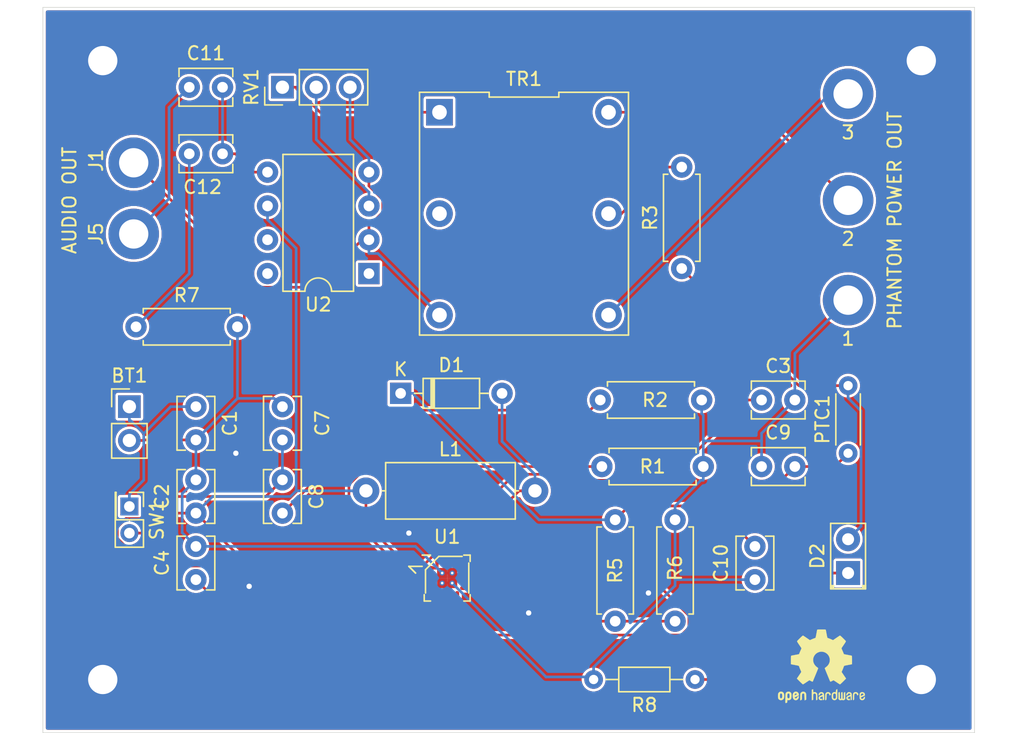
<source format=kicad_pcb>
(kicad_pcb (version 20171130) (host pcbnew 5.1.10)
  (layers (0 F.Cu signal) (31 B.Cu signal) (34 B.Paste user) (35 F.Paste user) (36 B.SilkS user) (37 F.SilkS user) (38 B.Mask user) (39 F.Mask user) (44 Edge.Cuts user))
  (net 0 "")
  (net 1 GND)
  (net 2 "Net-(BT1-Pad1)")
  (net 3 "Net-(C3-Pad1)")
  (net 4 "Net-(C4-Pad1)")
  (net 5 "Net-(C7-Pad1)")
  (net 6 "Net-(C8-Pad2)")
  (net 7 "Net-(C10-Pad2)")
  (net 8 "Net-(D1-Pad2)")
  (net 9 "Net-(R1-Pad1)")
  (net 10 "Net-(R5-Pad2)")
  (net 11 "Net-(U1-Pad4)")
  (net 12 "Net-(U1-Pad15)")
  (net 13 VCC)
  (net 14 "Net-(C11-Pad1)")
  (net 15 "Net-(U2-Pad1)")
  (net 16 "Net-(U2-Pad8)")
  (net 17 "Net-(D2-Pad1)")
  (net 18 "Net-(D2-Pad2)")
  (net 19 Earth)
  (net 20 "Net-(C11-Pad2)")
  (net 21 "Net-(C12-Pad1)")
  (net 22 "Net-(RV1-Pad2)")
  (net 23 "Net-(U2-Pad7)")
  (net 24 "Net-(TR1-Pad2)")
  (net 25 /6)
  (net 26 /4)
  (net 27 /5)
  (net 28 /1)
  (module Symbol:OSHW-Logo2_7.3x6mm_SilkScreen (layer F.Cu) (at 99.5 134.5)
    (fp_text reference REF** hide)
    (fp_text value OSHW-Logo2_7.3x6mm_SilkScreen hide)
  )
  (module MountingHole:MountingHole_2.2mm_M2_DIN965_Pad (layer F.Cu) (at 45.5 89)
    (fp_text reference J8 hide)
    (fp_text value Conn_01x01_Female)
    (pad 1 thru_hole circle (at 0 0) (size 3.8 3.8) (drill 2.2) (layers *.Cu *.Mask) (net 19 Earth))
  )
  (module MountingHole:MountingHole_2.2mm_M2_DIN965_Pad (layer F.Cu) (at 107 89)
    (fp_text reference J9 hide)
    (fp_text value Conn_01x01_Female)
    (pad 1 thru_hole circle (at 0 0) (size 3.8 3.8) (drill 2.2) (layers *.Cu *.Mask) (net 19 Earth))
  )
  (module MountingHole:MountingHole_2.2mm_M2_DIN965_Pad (layer F.Cu) (at 107 135.5)
    (fp_text reference J7 hide)
    (fp_text value Conn_01x01_Female)
    (pad 1 thru_hole circle (at 0 0) (size 3.8 3.8) (drill 2.2) (layers *.Cu *.Mask) (net 19 Earth))
  )
  (module MountingHole:MountingHole_2.2mm_M2_DIN965_Pad (layer F.Cu) (at 45.5 135.5)
    (fp_text reference J6 hide)
    (fp_text value Conn_01x01_Female)
    (pad 1 thru_hole circle (at 0 0) (size 3.8 3.8) (drill 2.2) (layers *.Cu *.Mask) (net 19 Earth))
  )
  (module Resistor_THT:R_Axial_DIN0207_L6.3mm_D2.5mm_P7.62mm_Horizontal (layer F.Cu) (at 48 109)
    (fp_text reference R7 (at 3.81 -2.37) (layer F.SilkS))
    (fp_text value 100)
    (pad 1 thru_hole circle (at 0 0) (size 1.6 1.6) (drill 0.8) (layers *.Cu *.Mask) (net 21 "Net-(C12-Pad1)"))
    (pad 2 thru_hole oval (at 7.62 0) (size 1.6 1.6) (drill 0.8) (layers *.Cu *.Mask) (net 1 GND))
  )
  (module Capacitor_THT:C_Disc_D3.8mm_W2.6mm_P2.50mm (layer F.Cu) (at 52 96)
    (fp_text reference C12 (at 1 2.5) (layer F.SilkS))
    (fp_text value 0.05uF)
    (pad 1 thru_hole circle (at 0 0) (size 1.6 1.6) (drill 0.8) (layers *.Cu *.Mask) (net 21 "Net-(C12-Pad1)"))
    (pad 2 thru_hole circle (at 2.5 0) (size 1.6 1.6) (drill 0.8) (layers *.Cu *.Mask) (net 20 "Net-(C11-Pad2)"))
  )
  (module Package_DIP:DIP-8_W7.62mm (layer F.Cu) (at 65.5 105 180)
    (fp_text reference U2 (at 3.81 -2.33) (layer F.SilkS))
    (fp_text value LM386N-4/NOPB)
    (pad 1 thru_hole rect (at 0 0 180) (size 1.6 1.6) (drill 0.8) (layers *.Cu *.Mask) (net 15 "Net-(U2-Pad1)"))
    (pad 5 thru_hole oval (at 7.62 7.62 180) (size 1.6 1.6) (drill 0.8) (layers *.Cu *.Mask) (net 20 "Net-(C11-Pad2)"))
    (pad 2 thru_hole oval (at 0 2.54 180) (size 1.6 1.6) (drill 0.8) (layers *.Cu *.Mask) (net 1 GND))
    (pad 6 thru_hole oval (at 7.62 5.08 180) (size 1.6 1.6) (drill 0.8) (layers *.Cu *.Mask) (net 13 VCC))
    (pad 3 thru_hole oval (at 0 5.08 180) (size 1.6 1.6) (drill 0.8) (layers *.Cu *.Mask) (net 22 "Net-(RV1-Pad2)"))
    (pad 7 thru_hole oval (at 7.62 2.54 180) (size 1.6 1.6) (drill 0.8) (layers *.Cu *.Mask) (net 23 "Net-(U2-Pad7)"))
    (pad 4 thru_hole oval (at 0 7.62 180) (size 1.6 1.6) (drill 0.8) (layers *.Cu *.Mask) (net 1 GND))
    (pad 8 thru_hole oval (at 7.62 0 180) (size 1.6 1.6) (drill 0.8) (layers *.Cu *.Mask) (net 16 "Net-(U2-Pad8)"))
  )
  (module Capacitor_THT:C_Disc_D3.8mm_W2.6mm_P2.50mm (layer F.Cu) (at 52 91)
    (fp_text reference C11 (at 1.25 -2.55) (layer F.SilkS))
    (fp_text value 10pF)
    (pad 2 thru_hole circle (at 2.5 0) (size 1.6 1.6) (drill 0.8) (layers *.Cu *.Mask) (net 20 "Net-(C11-Pad2)"))
    (pad 1 thru_hole circle (at 0 0) (size 1.6 1.6) (drill 0.8) (layers *.Cu *.Mask) (net 14 "Net-(C11-Pad1)"))
  )
  (module Resistor_THT:R_Axial_DIN0204_L3.6mm_D1.6mm_P5.08mm_Horizontal (layer F.Cu) (at 101.5 118.5 90)
    (fp_text reference PTC1 (at 2.54 -1.92 90) (layer F.SilkS))
    (fp_text value YPEL6250T)
    (pad 1 thru_hole circle (at 0 0 90) (size 1.4 1.4) (drill 0.7) (layers *.Cu *.Mask) (net 7 "Net-(C10-Pad2)"))
    (pad 2 thru_hole oval (at 5.08 0 90) (size 1.4 1.4) (drill 0.7) (layers *.Cu *.Mask) (net 18 "Net-(D2-Pad2)"))
  )
  (module Connector_PinHeader_2.54mm:PinHeader_1x02_P2.54mm_Vertical (layer F.Cu) (at 47.5 115)
    (fp_text reference BT1 (at 0 -2.33) (layer F.SilkS))
    (fp_text value ACC-9VCLIP-233M)
    (pad 2 thru_hole oval (at 0 2.54) (size 1.7 1.7) (drill 1) (layers *.Cu *.Mask) (net 1 GND))
    (pad 1 thru_hole rect (at 0 0) (size 1.7 1.7) (drill 1) (layers *.Cu *.Mask) (net 2 "Net-(BT1-Pad1)"))
  )
  (module MountingHole:MountingHole_2.2mm_M2_DIN965_Pad (layer F.Cu) (at 101.5 99.5)
    (fp_text reference J2 hide)
    (fp_text value 2 (at 0 2.9) (layer F.SilkS))
    (pad 1 thru_hole circle (at 0 0) (size 3.8 3.8) (drill 2.2) (layers *.Cu *.Mask) (net 25 /6))
  )
  (module MountingHole:MountingHole_2.2mm_M2_DIN965_Pad (layer F.Cu) (at 101.5 91.5)
    (fp_text reference J3 hide)
    (fp_text value 3 (at 0 2.9) (layer F.SilkS))
    (pad 1 thru_hole circle (at 0 0) (size 3.8 3.8) (drill 2.2) (layers *.Cu *.Mask) (net 26 /4))
  )
  (module MountingHole:MountingHole_2.2mm_M2_DIN965_Pad (layer F.Cu) (at 101.5 107)
    (fp_text reference J4 hide)
    (fp_text value 1 (at 0 2.9) (layer F.SilkS))
    (pad 1 thru_hole circle (at 0 0) (size 3.8 3.8) (drill 2.2) (layers *.Cu *.Mask) (net 1 GND))
  )
  (module Capacitor_THT:C_Disc_D3.8mm_W2.6mm_P2.50mm (layer F.Cu) (at 52.5 115 270)
    (fp_text reference C1 (at 1.25 -2.55 90) (layer F.SilkS))
    (fp_text value 4.7uF)
    (pad 2 thru_hole circle (at 2.5 0 270) (size 1.6 1.6) (drill 0.8) (layers *.Cu *.Mask) (net 1 GND))
    (pad 1 thru_hole circle (at 0 0 270) (size 1.6 1.6) (drill 0.8) (layers *.Cu *.Mask) (net 2 "Net-(BT1-Pad1)"))
  )
  (module Capacitor_THT:C_Disc_D3.8mm_W2.6mm_P2.50mm (layer F.Cu) (at 52.5 123 90)
    (fp_text reference C2 (at 1.25 -2.55 90) (layer F.SilkS))
    (fp_text value 100nF)
    (pad 2 thru_hole circle (at 2.5 0 90) (size 1.6 1.6) (drill 0.8) (layers *.Cu *.Mask) (net 1 GND))
    (pad 1 thru_hole circle (at 0 0 90) (size 1.6 1.6) (drill 0.8) (layers *.Cu *.Mask) (net 13 VCC))
  )
  (module Capacitor_THT:C_Disc_D3.8mm_W2.6mm_P2.50mm (layer F.Cu) (at 95 114.5)
    (fp_text reference C3 (at 1.25 -2.55) (layer F.SilkS))
    (fp_text value 1nF)
    (pad 1 thru_hole circle (at 0 0) (size 1.6 1.6) (drill 0.8) (layers *.Cu *.Mask) (net 3 "Net-(C3-Pad1)"))
    (pad 2 thru_hole circle (at 2.5 0) (size 1.6 1.6) (drill 0.8) (layers *.Cu *.Mask) (net 1 GND))
  )
  (module Capacitor_THT:C_Disc_D3.8mm_W2.6mm_P2.50mm (layer F.Cu) (at 52.5 128 90)
    (fp_text reference C4 (at 1.25 -2.55 90) (layer F.SilkS))
    (fp_text value 68nF)
    (pad 1 thru_hole circle (at 0 0 90) (size 1.6 1.6) (drill 0.8) (layers *.Cu *.Mask) (net 4 "Net-(C4-Pad1)"))
    (pad 2 thru_hole circle (at 2.5 0 90) (size 1.6 1.6) (drill 0.8) (layers *.Cu *.Mask) (net 1 GND))
  )
  (module Capacitor_THT:C_Disc_D3.8mm_W2.6mm_P2.50mm (layer F.Cu) (at 59 117.5 90)
    (fp_text reference C7 (at 1.25 3 90) (layer F.SilkS))
    (fp_text value 300pF)
    (pad 2 thru_hole circle (at 2.5 0 90) (size 1.6 1.6) (drill 0.8) (layers *.Cu *.Mask) (net 1 GND))
    (pad 1 thru_hole circle (at 0 0 90) (size 1.6 1.6) (drill 0.8) (layers *.Cu *.Mask) (net 5 "Net-(C7-Pad1)"))
  )
  (module Capacitor_THT:C_Disc_D3.8mm_W2.6mm_P2.50mm (layer F.Cu) (at 59 120.5 270)
    (fp_text reference C8 (at 1.25 -2.55 90) (layer F.SilkS))
    (fp_text value 10nF)
    (pad 1 thru_hole circle (at 0 0 270) (size 1.6 1.6) (drill 0.8) (layers *.Cu *.Mask) (net 5 "Net-(C7-Pad1)"))
    (pad 2 thru_hole circle (at 2.5 0 270) (size 1.6 1.6) (drill 0.8) (layers *.Cu *.Mask) (net 6 "Net-(C8-Pad2)"))
  )
  (module Capacitor_THT:C_Disc_D3.8mm_W2.6mm_P2.50mm (layer F.Cu) (at 95 119.5)
    (fp_text reference C9 (at 1.25 -2.55) (layer F.SilkS))
    (fp_text value 1nF)
    (pad 2 thru_hole circle (at 2.5 0) (size 1.6 1.6) (drill 0.8) (layers *.Cu *.Mask) (net 7 "Net-(C10-Pad2)"))
    (pad 1 thru_hole circle (at 0 0) (size 1.6 1.6) (drill 0.8) (layers *.Cu *.Mask) (net 1 GND))
  )
  (module Capacitor_THT:C_Disc_D3.8mm_W2.6mm_P2.50mm (layer F.Cu) (at 94.5 128 90)
    (fp_text reference C10 (at 1.25 -2.55 90) (layer F.SilkS))
    (fp_text value 100nF)
    (pad 1 thru_hole circle (at 0 0 90) (size 1.6 1.6) (drill 0.8) (layers *.Cu *.Mask) (net 1 GND))
    (pad 2 thru_hole circle (at 2.5 0 90) (size 1.6 1.6) (drill 0.8) (layers *.Cu *.Mask) (net 7 "Net-(C10-Pad2)"))
  )
  (module Diode_THT:D_DO-35_SOD27_P7.62mm_Horizontal (layer F.Cu) (at 67.88 114)
    (fp_text reference D1 (at 3.81 -2.12) (layer F.SilkS))
    (fp_text value BAT46)
    (fp_text user K (at 0 -1.8) (layer F.SilkS))
    (pad 1 thru_hole rect (at 0 0) (size 1.6 1.6) (drill 0.8) (layers *.Cu *.Mask) (net 7 "Net-(C10-Pad2)"))
    (pad 2 thru_hole oval (at 7.62 0) (size 1.6 1.6) (drill 0.8) (layers *.Cu *.Mask) (net 8 "Net-(D1-Pad2)"))
  )
  (module Inductor_THT:L_Axial_L9.5mm_D4.0mm_P12.70mm_Horizontal_Fastron_SMCC (layer F.Cu) (at 65.275 121.325)
    (fp_text reference L1 (at 6.35 -3.12) (layer F.SilkS))
    (fp_text value 2.7uH)
    (pad 1 thru_hole circle (at 0 0) (size 2 2) (drill 1) (layers *.Cu *.Mask) (net 13 VCC))
    (pad 2 thru_hole oval (at 12.7 0) (size 2 2) (drill 1) (layers *.Cu *.Mask) (net 8 "Net-(D1-Pad2)"))
  )
  (module Resistor_THT:R_Axial_DIN0207_L6.3mm_D2.5mm_P7.62mm_Horizontal (layer F.Cu) (at 83 119.5)
    (fp_text reference R1 (at 3.81 0) (layer F.SilkS))
    (fp_text value 9.53K)
    (pad 2 thru_hole oval (at 7.62 0) (size 1.6 1.6) (drill 0.8) (layers *.Cu *.Mask) (net 1 GND))
    (pad 1 thru_hole circle (at 0 0) (size 1.6 1.6) (drill 0.8) (layers *.Cu *.Mask) (net 9 "Net-(R1-Pad1)"))
  )
  (module Resistor_THT:R_Axial_DIN0207_L6.3mm_D2.5mm_P7.62mm_Horizontal (layer F.Cu) (at 82.88 114.5)
    (fp_text reference R2 (at 4.12 0) (layer F.SilkS))
    (fp_text value 1.18K)
    (pad 1 thru_hole circle (at 0 0) (size 1.6 1.6) (drill 0.8) (layers *.Cu *.Mask) (net 6 "Net-(C8-Pad2)"))
    (pad 2 thru_hole oval (at 7.62 0) (size 1.6 1.6) (drill 0.8) (layers *.Cu *.Mask) (net 1 GND))
  )
  (module Resistor_THT:R_Axial_DIN0207_L6.3mm_D2.5mm_P7.62mm_Horizontal (layer F.Cu) (at 84 123.5 270)
    (fp_text reference R5 (at 3.81 0 90) (layer F.SilkS))
    (fp_text value 118K)
    (pad 1 thru_hole circle (at 0 0 270) (size 1.6 1.6) (drill 0.8) (layers *.Cu *.Mask) (net 7 "Net-(C10-Pad2)"))
    (pad 2 thru_hole oval (at 7.62 0 270) (size 1.6 1.6) (drill 0.8) (layers *.Cu *.Mask) (net 10 "Net-(R5-Pad2)"))
  )
  (module Resistor_THT:R_Axial_DIN0207_L6.3mm_D2.5mm_P7.62mm_Horizontal (layer F.Cu) (at 88.5 131.12 90)
    (fp_text reference R6 (at 4 0 90) (layer F.SilkS))
    (fp_text value 2.49K)
    (pad 2 thru_hole oval (at 7.62 0 90) (size 1.6 1.6) (drill 0.8) (layers *.Cu *.Mask) (net 1 GND))
    (pad 1 thru_hole circle (at 0 0 90) (size 1.6 1.6) (drill 0.8) (layers *.Cu *.Mask) (net 10 "Net-(R5-Pad2)"))
  )
  (module Connector_PinHeader_2.00mm:PinHeader_2x01_P2.00mm_Vertical (layer F.Cu) (at 47.5 122.5 270)
    (fp_text reference SW1 (at 1 -2.06 90) (layer F.SilkS))
    (fp_text value TE6-1A-DC-1-PB)
    (pad 1 thru_hole rect (at 0 0 270) (size 1.35 1.35) (drill 0.8) (layers *.Cu *.Mask) (net 2 "Net-(BT1-Pad1)"))
    (pad 2 thru_hole oval (at 2 0 270) (size 1.35 1.35) (drill 0.8) (layers *.Cu *.Mask) (net 13 VCC))
  )
  (module Teensy:WQFN-16_EP_3.15x3.15_Pitch0.5mm (layer F.Cu) (at 71.3775 127.878)
    (fp_text reference U1 (at 0 -3.1) (layer F.SilkS))
    (fp_text value LM5157)
    (pad 1 smd oval (at -1.275 -0.75 90) (size 0.3 0.6) (layers F.Cu F.Paste F.Mask) (net 1 GND))
    (pad 2 smd oval (at -1.275 -0.25 90) (size 0.3 0.6) (layers F.Cu F.Paste F.Mask) (net 3 "Net-(C3-Pad1)"))
    (pad 3 smd oval (at -1.275 0.25 90) (size 0.3 0.6) (layers F.Cu F.Paste F.Mask) (net 13 VCC))
    (pad 4 smd oval (at -1.275 0.75 90) (size 0.3 0.6) (layers F.Cu F.Paste F.Mask) (net 11 "Net-(U1-Pad4)"))
    (pad 5 smd oval (at -0.75 1.275) (size 0.3 0.6) (layers F.Cu F.Paste F.Mask) (net 9 "Net-(R1-Pad1)"))
    (pad 6 smd oval (at -0.25 1.275) (size 0.3 0.6) (layers F.Cu F.Paste F.Mask) (net 13 VCC))
    (pad 7 smd oval (at 0.25 1.275) (size 0.3 0.6) (layers F.Cu F.Paste F.Mask) (net 1 GND))
    (pad 8 smd oval (at 0.75 1.275) (size 0.3 0.6) (layers F.Cu F.Paste F.Mask) (net 5 "Net-(C7-Pad1)"))
    (pad 9 smd oval (at 1.275 0.75 90) (size 0.3 0.6) (layers F.Cu F.Paste F.Mask) (net 10 "Net-(R5-Pad2)"))
    (pad 10 smd oval (at 1.275 0.25 90) (size 0.3 0.6) (layers F.Cu F.Paste F.Mask) (net 4 "Net-(C4-Pad1)"))
    (pad 11 smd oval (at 1.275 -0.25 90) (size 0.3 0.6) (layers F.Cu F.Paste F.Mask) (net 1 GND))
    (pad 12 smd oval (at 1.275 -0.75 90) (size 0.3 0.6) (layers F.Cu F.Paste F.Mask) (net 8 "Net-(D1-Pad2)"))
    (pad 13 smd oval (at 0.75 -1.275) (size 0.3 0.6) (layers F.Cu F.Paste F.Mask) (net 8 "Net-(D1-Pad2)"))
    (pad 14 smd oval (at 0.25 -1.275) (size 0.3 0.6) (layers F.Cu F.Paste F.Mask) (net 8 "Net-(D1-Pad2)"))
    (pad 15 smd oval (at -0.25 -1.275) (size 0.3 0.6) (layers F.Cu F.Paste F.Mask) (net 12 "Net-(U1-Pad15)"))
    (pad 16 smd oval (at -0.75 -1.275) (size 0.3 0.6) (layers F.Cu F.Paste F.Mask) (net 1 GND))
    (pad 17 smd rect (at -0.3775 -0.3775) (size 0.755 0.755) (layers F.Cu F.Paste F.Mask) (net 1 GND))
    (pad 17 smd rect (at -0.3775 0.3775) (size 0.755 0.755) (layers F.Cu F.Paste F.Mask) (net 1 GND))
    (pad 17 smd rect (at 0.3775 -0.3775) (size 0.755 0.755) (layers F.Cu F.Paste F.Mask) (net 1 GND))
    (pad 17 smd rect (at 0.3775 0.3775) (size 0.755 0.755) (layers F.Cu F.Paste F.Mask) (net 1 GND))
    (pad 17 thru_hole circle (at -0.3775 -0.3775) (size 0.3775 0.3775) (drill 0.18875) (layers *.Cu *.Mask) (net 1 GND))
    (pad 17 thru_hole circle (at -0.3775 0.3775) (size 0.3775 0.3775) (drill 0.18875) (layers *.Cu *.Mask) (net 1 GND))
    (pad 17 thru_hole circle (at 0.3775 -0.3775) (size 0.3775 0.3775) (drill 0.18875) (layers *.Cu *.Mask) (net 1 GND))
    (pad 17 thru_hole circle (at 0.3775 0.3775) (size 0.3775 0.3775) (drill 0.18875) (layers *.Cu *.Mask) (net 1 GND))
  )
  (module MountingHole:MountingHole_2.2mm_M2_DIN965_Pad (layer F.Cu) (at 47.825 96.675 270)
    (fp_text reference J1 (at -0.175 2.825 90) (layer F.SilkS))
    (fp_text value MJ-3536)
    (pad 1 thru_hole circle (at 0 0 270) (size 3.8 3.8) (drill 2.2) (layers *.Cu *.Mask) (net 1 GND))
  )
  (module MountingHole:MountingHole_2.2mm_M2_DIN965_Pad (layer F.Cu) (at 47.825 102.025 270)
    (fp_text reference J5 (at 0 2.825 90) (layer F.SilkS))
    (fp_text value GND)
    (pad 1 thru_hole circle (at 0 0 270) (size 3.8 3.8) (drill 2.2) (layers *.Cu *.Mask) (net 14 "Net-(C11-Pad1)"))
  )
  (module Connector_PinHeader_2.54mm:PinHeader_1x03_P2.54mm_Vertical (layer F.Cu) (at 59 91 90)
    (fp_text reference RV1 (at 0 -2.33 90) (layer F.SilkS))
    (fp_text value R_POT_TRIM-10K)
    (pad 1 thru_hole rect (at 0 0 90) (size 1.7 1.7) (drill 1) (layers *.Cu *.Mask) (net 28 /1))
    (pad 2 thru_hole oval (at 0 2.54 90) (size 1.7 1.7) (drill 1) (layers *.Cu *.Mask) (net 22 "Net-(RV1-Pad2)"))
    (pad 3 thru_hole oval (at 0 5.08 90) (size 1.7 1.7) (drill 1) (layers *.Cu *.Mask) (net 1 GND))
  )
  (module LED_THT:LED_D2.0mm_W4.8mm_H2.5mm_FlatTop (layer F.Cu) (at 101.5 127.5 90)
    (fp_text reference D2 (at 1.27 -2.31 90) (layer F.SilkS))
    (fp_text value 18-032.0055L)
    (pad 1 thru_hole rect (at 0 0 90) (size 1.8 1.8) (drill 0.9) (layers *.Cu *.Mask) (net 17 "Net-(D2-Pad1)"))
    (pad 2 thru_hole circle (at 2.54 0 90) (size 1.8 1.8) (drill 0.9) (layers *.Cu *.Mask) (net 18 "Net-(D2-Pad2)"))
  )
  (module Resistor_THT:R_Axial_DIN0204_L3.6mm_D1.6mm_P7.62mm_Horizontal (layer F.Cu) (at 90 135.5 180)
    (fp_text reference R8 (at 3.81 -1.92) (layer F.SilkS))
    (fp_text value 12K)
    (pad 1 thru_hole circle (at 0 0 180) (size 1.4 1.4) (drill 0.7) (layers *.Cu *.Mask) (net 17 "Net-(D2-Pad1)"))
    (pad 2 thru_hole oval (at 7.62 0 180) (size 1.4 1.4) (drill 0.7) (layers *.Cu *.Mask) (net 1 GND))
  )
  (module Resistor_THT:R_Axial_DIN0207_L6.3mm_D2.5mm_P7.62mm_Horizontal (layer F.Cu) (at 89 104.62 90)
    (fp_text reference R3 (at 3.81 -2.37 90) (layer F.SilkS))
    (fp_text value 3.3K)
    (pad 1 thru_hole circle (at 0 0 90) (size 1.6 1.6) (drill 0.8) (layers *.Cu *.Mask) (net 18 "Net-(D2-Pad2)"))
    (pad 2 thru_hole oval (at 7.62 0 90) (size 1.6 1.6) (drill 0.8) (layers *.Cu *.Mask) (net 27 /5))
  )
  (module tastatur:108F (layer F.Cu) (at 77.15 100.5 270)
    (fp_text reference TR1 (at -10.12 0) (layer F.SilkS))
    (fp_text value 108F)
    (pad 6 thru_hole circle (at -7.62 -6.35 270) (size 2 2) (drill 1.1) (layers *.Cu *.Mask) (net 25 /6))
    (pad 1 thru_hole rect (at -7.62 6.35 270) (size 2 2) (drill 1.1) (layers *.Cu *.Mask) (net 28 /1))
    (pad 5 thru_hole circle (at 0 -6.35 270) (size 2 2) (drill 1.1) (layers *.Cu *.Mask) (net 27 /5))
    (pad 2 thru_hole circle (at 0 6.35 270) (size 2 2) (drill 1.1) (layers *.Cu *.Mask) (net 24 "Net-(TR1-Pad2)"))
    (pad 4 thru_hole circle (at 7.62 -6.35 270) (size 2 2) (drill 1.1) (layers *.Cu *.Mask) (net 26 /4))
    (pad 3 thru_hole circle (at 7.62 6.35 270) (size 2 2) (drill 1.1) (layers *.Cu *.Mask) (net 1 GND))
  )
  (gr_line (start 70.75 126.25) (end 72.5 126.25) (layer F.SilkS) (width 0.12))
  (gr_line (start 73 129) (end 73 126.75) (layer F.SilkS) (width 0.12))
  (gr_line (start 69.75 127.25) (end 69.75 129) (layer F.SilkS) (width 0.12))
  (gr_line (start 70.75 126.25) (end 69.75 127.25) (layer F.SilkS) (width 0.12))
  (gr_line (start 69 127.5) (end 68.5 127) (layer F.SilkS) (width 0.12))
  (gr_line (start 68.5 127) (end 69 127.5) (layer F.SilkS) (width 0.12))
  (gr_line (start 69.5 127) (end 68.5 127) (layer F.SilkS) (width 0.12))
  (gr_text "PHANTOM POWER OUT" (at 105 101 90) (layer F.SilkS) (effects (font (size 1 1))))
  (gr_text "AUDIO OUT" (at 43 99.5 90) (layer F.SilkS) (effects (font (size 1 1))))
  (gr_line (start 41 85) (end 111 85) (layer Edge.Cuts) (width 0.05))
  (gr_line (start 41 139.5) (end 41 85) (layer Edge.Cuts) (width 0.05))
  (gr_line (start 111 139.5) (end 41 139.5) (layer Edge.Cuts) (width 0.05))
  (gr_line (start 111 85) (end 111 139.5) (layer Edge.Cuts) (width 0.05))
  (segment (start 90.62 117.5751) (end 90.62 119.5) (width 0.2) (layer B.Cu) (net 1))
  (segment (start 90.5 115.5303) (end 90.62 115.6503) (width 0.2) (layer B.Cu) (net 1))
  (segment (start 90.62 115.6503) (end 90.62 117.5751) (width 0.2) (layer B.Cu) (net 1))
  (segment (start 95 117.5751) (end 95 117) (width 0.2) (layer B.Cu) (net 1))
  (segment (start 95 117) (end 97.5 114.5) (width 0.2) (layer B.Cu) (net 1))
  (segment (start 95 119.5) (end 95 117.5751) (width 0.2) (layer B.Cu) (net 1))
  (segment (start 90.62 117.5751) (end 95 117.5751) (width 0.2) (layer B.Cu) (net 1))
  (segment (start 82.38 135.3072) (end 82.38 134.5697) (width 0.2) (layer B.Cu) (net 1))
  (segment (start 82.38 135.5) (end 82.38 135.3072) (width 0.2) (layer B.Cu) (net 1))
  (segment (start 71.755 128.2555) (end 78.8067 135.3072) (width 0.2) (layer B.Cu) (net 1))
  (segment (start 78.8067 135.3072) (end 82.38 135.3072) (width 0.2) (layer B.Cu) (net 1))
  (segment (start 52.5 125.5) (end 68.9995 125.5) (width 0.2) (layer B.Cu) (net 1))
  (segment (start 68.9995 125.5) (end 71 127.5005) (width 0.2) (layer B.Cu) (net 1))
  (segment (start 52.5 120.5) (end 51.4667 121.5333) (width 0.2) (layer B.Cu) (net 1))
  (segment (start 51.4667 121.5333) (end 51.4667 124.4667) (width 0.2) (layer B.Cu) (net 1))
  (segment (start 51.4667 124.4667) (end 52.5 125.5) (width 0.2) (layer B.Cu) (net 1))
  (segment (start 71.755 128.2555) (end 71.755 127.7555) (width 0.2) (layer F.Cu) (net 1))
  (segment (start 71.755 127.7555) (end 71.8825 127.628) (width 0.2) (layer F.Cu) (net 1))
  (segment (start 71.755 128.2555) (end 71.6275 128.2555) (width 0.2) (layer F.Cu) (net 1))
  (segment (start 71.8825 127.628) (end 72.6525 127.628) (width 0.2) (layer F.Cu) (net 1))
  (segment (start 71.755 127.5005) (end 71.8825 127.628) (width 0.2) (layer F.Cu) (net 1))
  (segment (start 56.1352 106.0304) (end 56.1352 104.9852) (width 0.2) (layer F.Cu) (net 1))
  (segment (start 56.1352 104.9852) (end 47.825 96.675) (width 0.2) (layer F.Cu) (net 1))
  (segment (start 56.1352 109) (end 56.1352 106.0304) (width 0.2) (layer F.Cu) (net 1))
  (segment (start 65.5 101.9448) (end 61.4144 106.0304) (width 0.2) (layer F.Cu) (net 1))
  (segment (start 61.4144 106.0304) (end 56.1352 106.0304) (width 0.2) (layer F.Cu) (net 1))
  (segment (start 65.5 101.9448) (end 65.5 101.4297) (width 0.2) (layer F.Cu) (net 1))
  (segment (start 65.5 102.46) (end 65.5 101.9448) (width 0.2) (layer F.Cu) (net 1))
  (segment (start 55.62 109) (end 56.1352 109) (width 0.2) (layer F.Cu) (net 1))
  (segment (start 65.5 97.38) (end 65.5 98.4103) (width 0.2) (layer F.Cu) (net 1))
  (segment (start 65.5 101.4297) (end 66.5378 100.3919) (width 0.2) (layer F.Cu) (net 1))
  (segment (start 66.5378 100.3919) (end 66.5378 99.4481) (width 0.2) (layer F.Cu) (net 1))
  (segment (start 66.5378 99.4481) (end 65.5 98.4103) (width 0.2) (layer F.Cu) (net 1))
  (segment (start 88.5 128) (end 88.5 123.5) (width 0.2) (layer B.Cu) (net 1))
  (segment (start 82.38 134.5697) (end 88.5 128.4497) (width 0.2) (layer B.Cu) (net 1))
  (segment (start 88.5 128.4497) (end 88.5 128) (width 0.2) (layer B.Cu) (net 1))
  (segment (start 88.5 128) (end 94.5 128) (width 0.2) (layer B.Cu) (net 1))
  (segment (start 90.62 119.5) (end 90.62 120.5303) (width 0.2) (layer B.Cu) (net 1))
  (segment (start 88.5 123.5) (end 88.5 122.4697) (width 0.2) (layer B.Cu) (net 1))
  (segment (start 88.5 122.4697) (end 90.4394 120.5303) (width 0.2) (layer B.Cu) (net 1))
  (segment (start 90.4394 120.5303) (end 90.62 120.5303) (width 0.2) (layer B.Cu) (net 1))
  (segment (start 71.6275 128.2555) (end 71 128.2555) (width 0.2) (layer F.Cu) (net 1))
  (segment (start 71.6275 128.2555) (end 71.6275 129.153) (width 0.2) (layer F.Cu) (net 1))
  (segment (start 65.5 97.38) (end 65.5 96.3497) (width 0.2) (layer B.Cu) (net 1))
  (segment (start 64.08 91) (end 64.08 94.9297) (width 0.2) (layer B.Cu) (net 1))
  (segment (start 64.08 94.9297) (end 65.5 96.3497) (width 0.2) (layer B.Cu) (net 1))
  (segment (start 55.62 114.38) (end 52.5 117.5) (width 0.2) (layer B.Cu) (net 1))
  (segment (start 55.62 109.5151) (end 55.62 114.38) (width 0.2) (layer B.Cu) (net 1))
  (segment (start 59 115) (end 58.38 114.38) (width 0.2) (layer B.Cu) (net 1))
  (segment (start 58.38 114.38) (end 55.62 114.38) (width 0.2) (layer B.Cu) (net 1))
  (segment (start 55.62 109) (end 55.62 109.5151) (width 0.2) (layer B.Cu) (net 1))
  (segment (start 48.5803 117.54) (end 48.6203 117.5) (width 0.2) (layer F.Cu) (net 1))
  (segment (start 48.6203 117.5) (end 52.5 117.5) (width 0.2) (layer F.Cu) (net 1))
  (segment (start 47.5 117.54) (end 48.5803 117.54) (width 0.2) (layer F.Cu) (net 1))
  (segment (start 52.5 120.5) (end 52.5 117.5) (width 0.2) (layer B.Cu) (net 1))
  (segment (start 97.5 114.5) (end 97.5 111) (width 0.2) (layer B.Cu) (net 1))
  (segment (start 97.5 111) (end 101.5 107) (width 0.2) (layer B.Cu) (net 1))
  (segment (start 90.5 114.5) (end 90.5 115.5303) (width 0.2) (layer B.Cu) (net 1))
  (segment (start 71 127.5005) (end 70.9947 127.5005) (width 0.2) (layer F.Cu) (net 1))
  (segment (start 70.9947 127.5005) (end 70.6275 127.1333) (width 0.2) (layer F.Cu) (net 1))
  (segment (start 71.755 127.5005) (end 71 127.5005) (width 0.2) (layer F.Cu) (net 1))
  (segment (start 70.6275 126.603) (end 70.6275 127.1333) (width 0.2) (layer F.Cu) (net 1))
  (segment (start 70.6275 127.1333) (end 70.1078 127.1333) (width 0.2) (layer F.Cu) (net 1))
  (segment (start 70.1078 127.1333) (end 70.1025 127.128) (width 0.2) (layer F.Cu) (net 1))
  (segment (start 65.5 102.46) (end 65.5 103.4903) (width 0.2) (layer B.Cu) (net 1))
  (segment (start 70.8 108.12) (end 66.1703 103.4903) (width 0.2) (layer B.Cu) (net 1))
  (segment (start 66.1703 103.4903) (end 65.5 103.4903) (width 0.2) (layer B.Cu) (net 1))
  (segment (start 48.5803 117.0254) (end 47.6352 116.0803) (width 0.2) (layer B.Cu) (net 2))
  (segment (start 47.6352 116.0803) (end 47.5 116.0803) (width 0.2) (layer B.Cu) (net 2))
  (segment (start 47.5 121.5947) (end 48.5803 120.5144) (width 0.2) (layer B.Cu) (net 2))
  (segment (start 48.5803 120.5144) (end 48.5803 117.0254) (width 0.2) (layer B.Cu) (net 2))
  (segment (start 52.5 115) (end 50.6057 115) (width 0.2) (layer B.Cu) (net 2))
  (segment (start 50.6057 115) (end 48.5803 117.0254) (width 0.2) (layer B.Cu) (net 2))
  (segment (start 47.5 115) (end 47.5 116.0803) (width 0.2) (layer B.Cu) (net 2))
  (segment (start 47.5 122.5) (end 47.5 121.5947) (width 0.2) (layer B.Cu) (net 2))
  (segment (start 70.1025 127.628) (end 69.5722 127.628) (width 0.2) (layer F.Cu) (net 3))
  (segment (start 69.5722 127.628) (end 69.5722 126.943) (width 0.2) (layer F.Cu) (net 3))
  (segment (start 69.5722 126.943) (end 76.4342 120.081) (width 0.2) (layer F.Cu) (net 3))
  (segment (start 76.4342 120.081) (end 81.9837 120.081) (width 0.2) (layer F.Cu) (net 3))
  (segment (start 81.9837 120.081) (end 82.4382 120.5355) (width 0.2) (layer F.Cu) (net 3))
  (segment (start 82.4382 120.5355) (end 87.9349 120.5355) (width 0.2) (layer F.Cu) (net 3))
  (segment (start 87.9349 120.5355) (end 93.9704 114.5) (width 0.2) (layer F.Cu) (net 3))
  (segment (start 93.9704 114.5) (end 95 114.5) (width 0.2) (layer F.Cu) (net 3))
  (segment (start 72.6525 128.128) (end 86.9656 128.128) (width 0.2) (layer F.Cu) (net 4))
  (segment (start 86.9656 128.128) (end 89.5388 130.7012) (width 0.2) (layer F.Cu) (net 4))
  (segment (start 89.5388 130.7012) (end 89.5388 131.5989) (width 0.2) (layer F.Cu) (net 4))
  (segment (start 89.5388 131.5989) (end 88.9765 132.1612) (width 0.2) (layer F.Cu) (net 4))
  (segment (start 88.9765 132.1612) (end 56.6612 132.1612) (width 0.2) (layer F.Cu) (net 4))
  (segment (start 56.6612 132.1612) (end 52.5 128) (width 0.2) (layer F.Cu) (net 4))
  (segment (start 72.1275 129.153) (end 72.1275 129.6833) (width 0.2) (layer F.Cu) (net 5))
  (segment (start 72.1275 129.6833) (end 71.7637 130.0471) (width 0.2) (layer F.Cu) (net 5))
  (segment (start 71.7637 130.0471) (end 56.2773 130.0471) (width 0.2) (layer F.Cu) (net 5))
  (segment (start 56.2773 130.0471) (end 53.1998 126.9696) (width 0.2) (layer F.Cu) (net 5))
  (segment (start 53.1998 126.9696) (end 48.6758 126.9696) (width 0.2) (layer F.Cu) (net 5))
  (segment (start 48.6758 126.9696) (end 46.5946 124.8884) (width 0.2) (layer F.Cu) (net 5))
  (segment (start 46.5946 124.8884) (end 46.5946 124.0569) (width 0.2) (layer F.Cu) (net 5))
  (segment (start 46.5946 124.0569) (end 47.2461 123.4054) (width 0.2) (layer F.Cu) (net 5))
  (segment (start 47.2461 123.4054) (end 48.334 123.4054) (width 0.2) (layer F.Cu) (net 5))
  (segment (start 48.334 123.4054) (end 49.9894 121.75) (width 0.2) (layer F.Cu) (net 5))
  (segment (start 49.9894 121.75) (end 57.75 121.75) (width 0.2) (layer F.Cu) (net 5))
  (segment (start 57.75 121.75) (end 59 120.5) (width 0.2) (layer F.Cu) (net 5))
  (segment (start 59 120.5) (end 59 117.5) (width 0.2) (layer B.Cu) (net 5))
  (segment (start 82.88 114.5) (end 82.1158 115.2642) (width 0.2) (layer F.Cu) (net 6))
  (segment (start 82.1158 115.2642) (end 66.7358 115.2642) (width 0.2) (layer F.Cu) (net 6))
  (segment (start 66.7358 115.2642) (end 59 123) (width 0.2) (layer F.Cu) (net 6))
  (segment (start 67.88 114) (end 68.9103 114) (width 0.2) (layer B.Cu) (net 7))
  (segment (start 84 123.5) (end 78.2815 123.5) (width 0.2) (layer B.Cu) (net 7))
  (segment (start 78.2815 123.5) (end 68.9103 114.1288) (width 0.2) (layer B.Cu) (net 7))
  (segment (start 68.9103 114.1288) (end 68.9103 114) (width 0.2) (layer B.Cu) (net 7))
  (segment (start 93 124) (end 94.5 125.5) (width 0.2) (layer F.Cu) (net 7))
  (segment (start 84 123.5) (end 85.0419 122.4581) (width 0.2) (layer F.Cu) (net 7))
  (segment (start 85.0419 122.4581) (end 91.4581 122.4581) (width 0.2) (layer F.Cu) (net 7))
  (segment (start 91.4581 122.4581) (end 93 124) (width 0.2) (layer F.Cu) (net 7))
  (segment (start 93 124) (end 97.5 119.5) (width 0.2) (layer F.Cu) (net 7))
  (segment (start 97.5 119.5) (end 100.5 119.5) (width 0.2) (layer F.Cu) (net 7))
  (segment (start 100.5 119.5) (end 101.5 118.5) (width 0.2) (layer F.Cu) (net 7))
  (segment (start 77.975 121.325) (end 77.975 120.0947) (width 0.2) (layer B.Cu) (net 8))
  (segment (start 77.975 120.0947) (end 75.5 117.6197) (width 0.2) (layer B.Cu) (net 8))
  (segment (start 75.5 117.6197) (end 75.5 114) (width 0.2) (layer B.Cu) (net 8))
  (segment (start 77.975 121.325) (end 76.7447 121.325) (width 0.2) (layer F.Cu) (net 8))
  (segment (start 72.0323 126.0727) (end 76.7447 121.3603) (width 0.2) (layer F.Cu) (net 8))
  (segment (start 76.7447 121.3603) (end 76.7447 121.325) (width 0.2) (layer F.Cu) (net 8))
  (segment (start 72.1275 126.3378) (end 72.0323 126.2426) (width 0.2) (layer F.Cu) (net 8))
  (segment (start 72.0323 126.2426) (end 72.0323 126.0727) (width 0.2) (layer F.Cu) (net 8))
  (segment (start 71.6275 126.0727) (end 72.0323 126.0727) (width 0.2) (layer F.Cu) (net 8))
  (segment (start 72.1275 126.603) (end 72.1275 126.3378) (width 0.2) (layer F.Cu) (net 8))
  (segment (start 71.6275 126.603) (end 71.6275 126.0727) (width 0.2) (layer F.Cu) (net 8))
  (segment (start 72.1275 126.603) (end 72.6525 127.128) (width 0.2) (layer F.Cu) (net 8))
  (segment (start 70.6275 129.153) (end 69.9088 129.153) (width 0.2) (layer F.Cu) (net 9))
  (segment (start 69.9088 129.153) (end 63.9971 123.2413) (width 0.2) (layer F.Cu) (net 9))
  (segment (start 63.9971 123.2413) (end 63.9971 120.8576) (width 0.2) (layer F.Cu) (net 9))
  (segment (start 63.9971 120.8576) (end 65.3547 119.5) (width 0.2) (layer F.Cu) (net 9))
  (segment (start 65.3547 119.5) (end 83 119.5) (width 0.2) (layer F.Cu) (net 9))
  (segment (start 84 131.12) (end 82.9697 131.12) (width 0.2) (layer F.Cu) (net 10))
  (segment (start 72.6525 128.628) (end 80.4777 128.628) (width 0.2) (layer F.Cu) (net 10))
  (segment (start 80.4777 128.628) (end 82.9697 131.12) (width 0.2) (layer F.Cu) (net 10))
  (segment (start 84 131.12) (end 88.5 131.12) (width 0.2) (layer F.Cu) (net 10))
  (segment (start 71.1275 129.153) (end 71.1275 129.6833) (width 0.2) (layer F.Cu) (net 13))
  (segment (start 71.1275 129.6833) (end 59.1833 129.6833) (width 0.2) (layer F.Cu) (net 13))
  (segment (start 59.1833 129.6833) (end 52.5 123) (width 0.2) (layer F.Cu) (net 13))
  (segment (start 69.5722 128.128) (end 65.275 123.8308) (width 0.2) (layer F.Cu) (net 13))
  (segment (start 65.275 123.8308) (end 65.275 121.325) (width 0.2) (layer F.Cu) (net 13))
  (segment (start 70.1025 128.128) (end 69.5722 128.128) (width 0.2) (layer F.Cu) (net 13))
  (segment (start 47.5 124.5) (end 48.4053 124.5) (width 0.2) (layer F.Cu) (net 13))
  (segment (start 52.5 123) (end 49.9053 123) (width 0.2) (layer F.Cu) (net 13))
  (segment (start 49.9053 123) (end 48.4053 124.5) (width 0.2) (layer F.Cu) (net 13))
  (segment (start 57.88 99.92) (end 57.88 100.9503) (width 0.2) (layer B.Cu) (net 13))
  (segment (start 60.0304 121.325) (end 59.6054 121.75) (width 0.2) (layer B.Cu) (net 13))
  (segment (start 59.6054 121.75) (end 53.75 121.75) (width 0.2) (layer B.Cu) (net 13))
  (segment (start 53.75 121.75) (end 52.5 123) (width 0.2) (layer B.Cu) (net 13))
  (segment (start 57.88 100.9503) (end 60.0304 103.1007) (width 0.2) (layer B.Cu) (net 13))
  (segment (start 60.0304 103.1007) (end 60.0304 121.325) (width 0.2) (layer B.Cu) (net 13))
  (segment (start 60.0304 121.325) (end 65.275 121.325) (width 0.2) (layer B.Cu) (net 13))
  (segment (start 52 91) (end 50.4826 92.5174) (width 0.2) (layer B.Cu) (net 14))
  (segment (start 50.4826 92.5174) (end 50.4826 99.3674) (width 0.2) (layer B.Cu) (net 14))
  (segment (start 50.4826 99.3674) (end 47.825 102.025) (width 0.2) (layer B.Cu) (net 14))
  (segment (start 101.5 127.5) (end 100.3697 127.5) (width 0.2) (layer F.Cu) (net 17))
  (segment (start 90 135.5) (end 92.3697 135.5) (width 0.2) (layer F.Cu) (net 17))
  (segment (start 92.3697 135.5) (end 100.3697 127.5) (width 0.2) (layer F.Cu) (net 17))
  (segment (start 101.5 113.42) (end 101.5 114.3503) (width 0.2) (layer B.Cu) (net 18))
  (segment (start 101.5 124.96) (end 102.4726 123.9874) (width 0.2) (layer B.Cu) (net 18))
  (segment (start 102.4726 123.9874) (end 102.4726 115.3229) (width 0.2) (layer B.Cu) (net 18))
  (segment (start 102.4726 115.3229) (end 101.5 114.3503) (width 0.2) (layer B.Cu) (net 18))
  (segment (start 101.5 113.42) (end 97.8 113.42) (width 0.2) (layer F.Cu) (net 18))
  (segment (start 97.8 113.42) (end 89 104.62) (width 0.2) (layer F.Cu) (net 18))
  (via (at 55.5 118.5) (size 0.8) (drill 0.4) (layers F.Cu B.Cu) (net 19))
  (via (at 68.5 124.5) (size 0.8) (drill 0.4) (layers F.Cu B.Cu) (net 19))
  (via (at 77.5 130.5) (size 0.8) (drill 0.4) (layers F.Cu B.Cu) (net 19))
  (via (at 86.5 129) (size 0.8) (drill 0.4) (layers F.Cu B.Cu) (net 19))
  (via (at 56.5 128.5) (size 0.8) (drill 0.4) (layers F.Cu B.Cu) (net 19))
  (segment (start 57.88 97.38) (end 56.8497 97.38) (width 0.2) (layer F.Cu) (net 20))
  (segment (start 54.5 96) (end 55.4697 96) (width 0.2) (layer F.Cu) (net 20))
  (segment (start 55.4697 96) (end 56.8497 97.38) (width 0.2) (layer F.Cu) (net 20))
  (segment (start 54.5 91) (end 54.5 96) (width 0.2) (layer B.Cu) (net 20))
  (segment (start 52 96) (end 52 105) (width 0.2) (layer B.Cu) (net 21))
  (segment (start 52 105) (end 48 109) (width 0.2) (layer B.Cu) (net 21))
  (segment (start 65.5 99.92) (end 65.5 98.8897) (width 0.2) (layer B.Cu) (net 22))
  (segment (start 61.54 91) (end 61.54 94.9297) (width 0.2) (layer B.Cu) (net 22))
  (segment (start 61.54 94.9297) (end 65.5 98.8897) (width 0.2) (layer B.Cu) (net 22))
  (segment (start 83.5 92.88) (end 94.88 92.88) (width 0.2) (layer F.Cu) (net 25))
  (segment (start 94.88 92.88) (end 101.5 99.5) (width 0.2) (layer F.Cu) (net 25))
  (segment (start 83.5 108.12) (end 100.12 91.5) (width 0.2) (layer B.Cu) (net 26))
  (segment (start 100.12 91.5) (end 101.5 91.5) (width 0.2) (layer B.Cu) (net 26))
  (segment (start 89 97) (end 87.9697 97) (width 0.2) (layer F.Cu) (net 27))
  (segment (start 83.5 100.5) (end 84.4697 100.5) (width 0.2) (layer F.Cu) (net 27))
  (segment (start 84.4697 100.5) (end 87.9697 97) (width 0.2) (layer F.Cu) (net 27))
  (segment (start 59 91) (end 60.0803 91) (width 0.2) (layer F.Cu) (net 28))
  (segment (start 70.8 92.88) (end 61.8253 92.88) (width 0.2) (layer F.Cu) (net 28))
  (segment (start 61.8253 92.88) (end 60.0803 91.135) (width 0.2) (layer F.Cu) (net 28))
  (segment (start 60.0803 91.135) (end 60.0803 91) (width 0.2) (layer F.Cu) (net 28))
  (zone (net 19) (net_name Earth) (layer B.Cu) (connect_pads yes (clearance 0.2)) (min_thickness 0.254) (fill yes (arc_segments 32) (thermal_gap 0.508) (thermal_bridge_width 0.508))
    (polygon (pts (xy 111 139.5) (xy 41 139.5) (xy 41 85) (xy 111 85)))
  )
  (zone (net 19) (net_name Earth) (layer F.Cu) (connect_pads yes (clearance 0.2)) (min_thickness 0.254) (fill yes (arc_segments 32) (thermal_gap 0.508) (thermal_bridge_width 0.508))
    (polygon (pts (xy 111 139.5) (xy 41 139.5) (xy 41 85) (xy 111 85)))
  )
)
</source>
